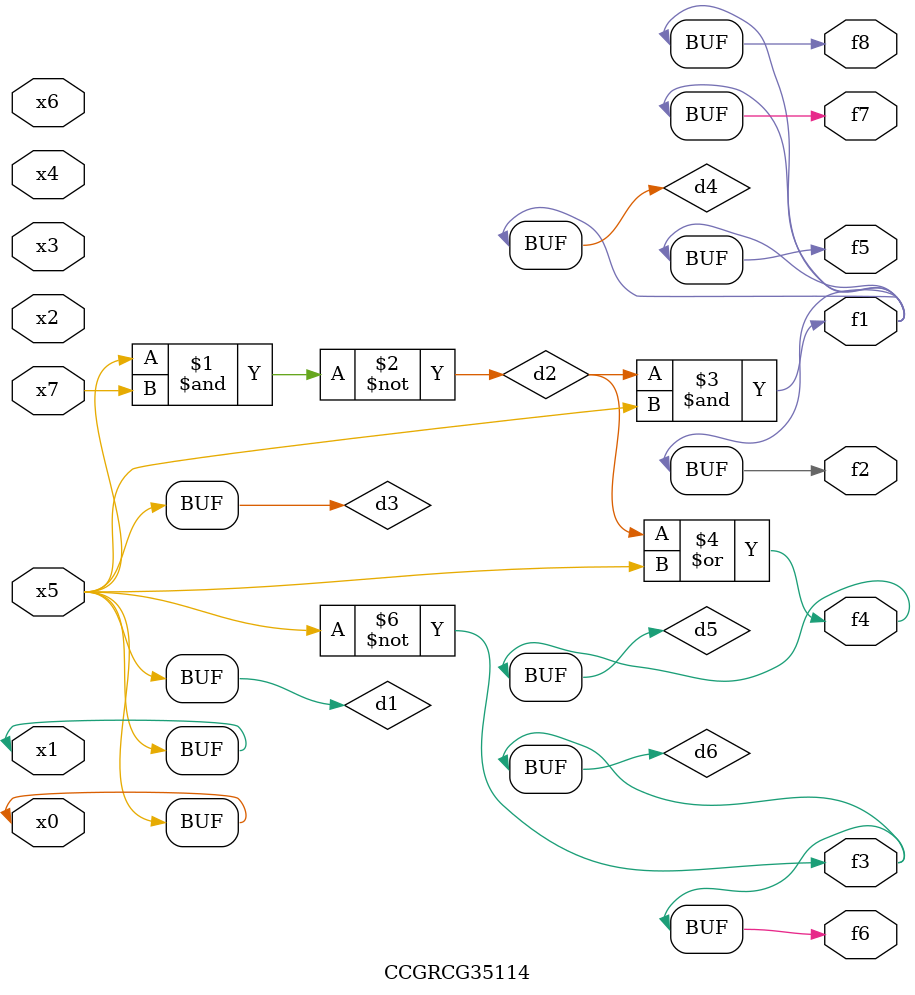
<source format=v>
module CCGRCG35114(
	input x0, x1, x2, x3, x4, x5, x6, x7,
	output f1, f2, f3, f4, f5, f6, f7, f8
);

	wire d1, d2, d3, d4, d5, d6;

	buf (d1, x0, x5);
	nand (d2, x5, x7);
	buf (d3, x0, x1);
	and (d4, d2, d3);
	or (d5, d2, d3);
	nor (d6, d1, d3);
	assign f1 = d4;
	assign f2 = d4;
	assign f3 = d6;
	assign f4 = d5;
	assign f5 = d4;
	assign f6 = d6;
	assign f7 = d4;
	assign f8 = d4;
endmodule

</source>
